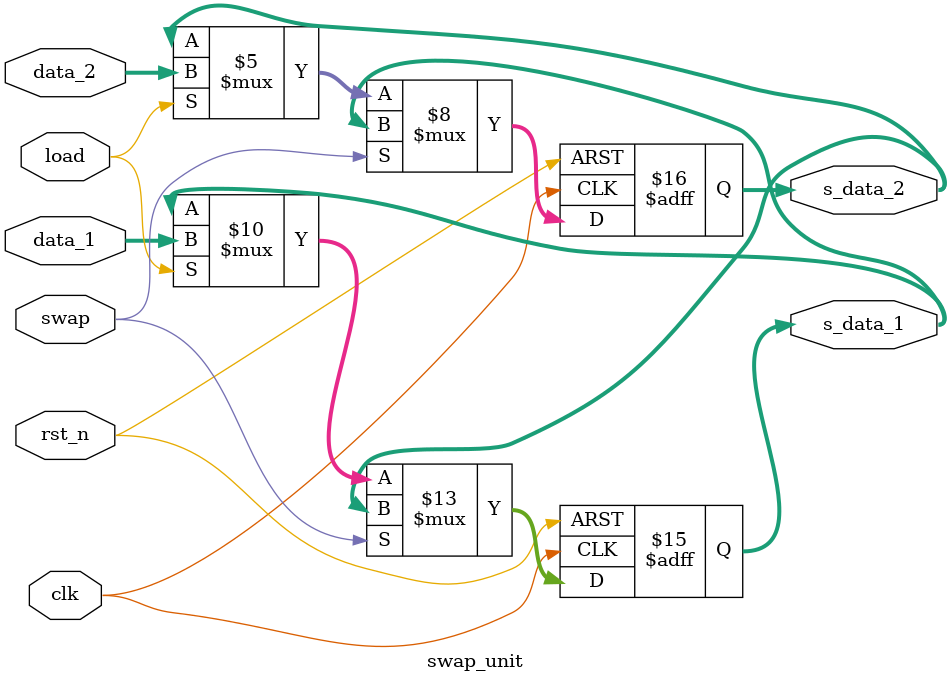
<source format=sv>
module swap_unit #(
    parameter DATA_WIDTH=8
) (
    input clk , rst_n,load,swap,
    input       [DATA_WIDTH-1:0] data_1 ,
    input       [DATA_WIDTH-1:0] data_2 ,
    output reg  [DATA_WIDTH-1:0] s_data_1 ,
    output reg  [DATA_WIDTH-1:0] s_data_2 
);
    always @ (posedge clk , negedge rst_n)begin
        if(!rst_n)begin
            s_data_1<='b0;
            s_data_2<='b0;
        end
        else if  (swap==1'b1)begin
            s_data_1<=s_data_2;
            s_data_2<=s_data_1;
        end
        else if (load==1'b1)begin
            s_data_1<=data_1;
            s_data_2<=data_2;  
        end
  
    end
endmodule
</source>
